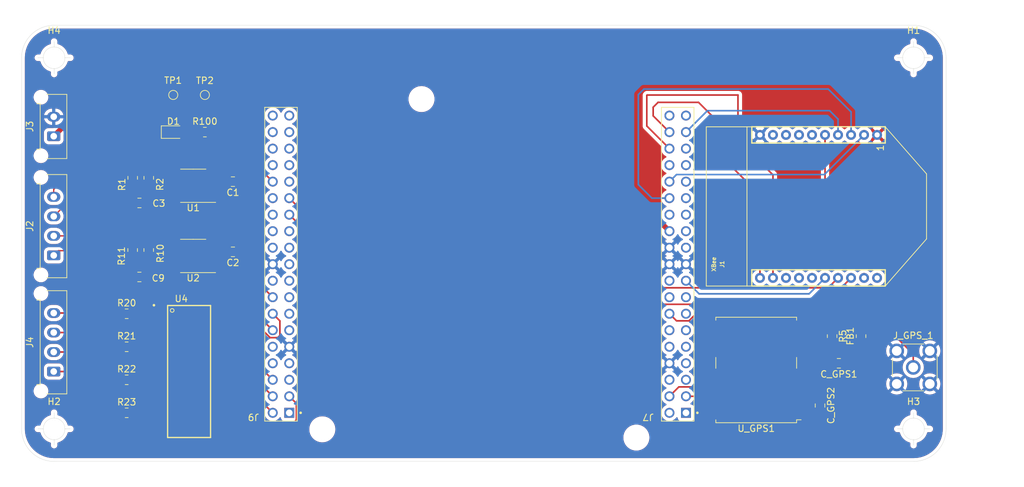
<source format=kicad_pcb>
(kicad_pcb (version 20211014) (generator pcbnew)
  (layers (0 "F.Cu" signal) (31 "B.Cu" signal) (34 "B.Paste" user) (35 "F.Paste" user) (36 "B.SilkS" user "B.Silkscreen") (37 "F.SilkS" user "F.Silkscreen") (38 "B.Mask" user) (39 "F.Mask" user) (44 "Edge.Cuts" user))
  (net 0 "")
  (net 1 "+12V")
  (net 2 "+3V3")
  (net 3 "Net-(C9-Pad1)")
  (net 4 "/CAN_C+")
  (net 5 "/CAN_C-")
  (net 6 "Net-(C3-Pad1)")
  (net 7 "/CAN_S+")
  (net 8 "/CAN_S-")
  (net 9 "/CAN-C Bus Transceiver/CAN_TX")
  (net 10 "GND")
  (net 11 "/CAN-C Bus Transceiver/CAN_RX")
  (net 13 "/CAN-S Bus Transceiver/CAN_TX")
  (net 14 "/CAN-S Bus Transceiver/CAN_RX")
  (net 16 "/XBee Module/DOUT{slash}DIO13")
  (net 17 "/XBee Module/DIN{slash}`CONFIG{slash}DIO14")
  (net 18 "/XBee Module/SPI_MISO")
  (net 19 "/XBee Module/~RESET")
  (net 23 "/XBee Module/~CTS")
  (net 24 "/XBee Module/SPI_MOSI")
  (net 26 "/XBee Module/ON_INDICATOR")
  (net 29 "/XBee Module/~RTS")
  (net 30 "/XBee Module/SPI_~SSEL")
  (net 31 "/XBee Module/SPI_CLK")
  (net 32 "/XBee Module/SPI_~ATTN")
  (net 34 "/EXTRA_IN_1")
  (net 35 "Net-(R20-Pad2)")
  (net 36 "/EXTRA_IN_2")
  (net 37 "Net-(R21-Pad2)")
  (net 38 "Net-(R22-Pad2)")
  (net 39 "Net-(R23-Pad2)")
  (net 41 "/GPS/GPS_RX")
  (net 43 "/GPS/GPS_TX")
  (net 48 "Net-(C_GPS1-Pad2)")
  (net 49 "Net-(FB1-Pad2)")
  (net 51 "/input shift/EXTRA_OUT_2")
  (net 52 "/input shift/EXTRA_OUT_1")
  (net 60 "Net-(R5-Pad1)")
  (net 110 "/input shift/EXTRA_OUT_4")
  (net 111 "/input shift/EXTRA_OUT_3")
  (net 112 "/EXTRA_IN_3")
  (net 113 "/EXTRA_IN_4")
  (net 114 "Net-(D1-Pad1)")
  (footprint "Resistor_SMD:R_0805_2012Metric_Pad1.20x1.40mm_HandSolder" (layer "F.Cu") (at 262.4875 120.92 -90)
    (fp_text reference "R5" (at 0 -1.65 90) (layer "F.SilkS"))
    (fp_text value "33")
    (pad "1" smd roundrect (at -1 0 270) (size 1.2 1.4) (layers "F.Cu" "F.Paste" "F.Mask") (roundrect_rratio 0.208333) (net 60 "Net-(R5-Pad1)"))
    (pad "2" smd roundrect (at 1 0 270) (size 1.2 1.4) (layers "F.Cu" "F.Paste" "F.Mask") (roundrect_rratio 0.208333) (net 48 "Net-(C_GPS1-Pad2)"))
  )
  (footprint "Resistor_SMD:R_0805_2012Metric_Pad1.20x1.40mm_HandSolder" (layer "F.Cu") (at 154.085 132.715)
    (fp_text reference "R23" (at 0 -1.65) (layer "F.SilkS"))
    (fp_text value "1k")
    (pad "1" smd roundrect (at -1 0) (size 1.2 1.4) (layers "F.Cu" "F.Paste" "F.Mask") (roundrect_rratio 0.208333) (net 113 "/EXTRA_IN_4"))
    (pad "2" smd roundrect (at 1 0) (size 1.2 1.4) (layers "F.Cu" "F.Paste" "F.Mask") (roundrect_rratio 0.208333) (net 39 "Net-(R23-Pad2)"))
  )
  (footprint "Capacitor_SMD:C_0805_2012Metric_Pad1.18x1.45mm_HandSolder" (layer "F.Cu") (at 263.525 125.095 180)
    (fp_text reference "C_GPS1" (at 0 -1.68) (layer "F.SilkS"))
    (fp_text value "47pF")
    (pad "1" smd roundrect (at -1.0375 0 180) (size 1.175 1.45) (layers "F.Cu" "F.Paste" "F.Mask") (roundrect_rratio 0.212766) (net 10 "GND"))
    (pad "2" smd roundrect (at 1.0375 0 180) (size 1.175 1.45) (layers "F.Cu" "F.Paste" "F.Mask") (roundrect_rratio 0.212766) (net 48 "Net-(C_GPS1-Pad2)"))
  )
  (footprint "Resistor_SMD:R_0805_2012Metric_Pad1.20x1.40mm_HandSolder" (layer "F.Cu") (at 155.01 96.57 -90)
    (fp_text reference "R2" (at 1.01 -4.2 90) (layer "F.SilkS"))
    (fp_text value "60R")
    (pad "1" smd roundrect (at -1 0 270) (size 1.2 1.4) (layers "F.Cu" "F.Paste" "F.Mask") (roundrect_rratio 0.208333) (net 8 "/CAN_S-"))
    (pad "2" smd roundrect (at 1 0 270) (size 1.2 1.4) (layers "F.Cu" "F.Paste" "F.Mask") (roundrect_rratio 0.208333) (net 6 "Net-(C3-Pad1)"))
  )
  (footprint "Capacitor_SMD:C_0805_2012Metric_Pad1.18x1.45mm_HandSolder" (layer "F.Cu") (at 260.63 131.5925 -90)
    (fp_text reference "C_GPS2" (at 0 -1.68 90) (layer "F.SilkS"))
    (fp_text value "100nF")
    (pad "1" smd roundrect (at -1.0375 0 270) (size 1.175 1.45) (layers "F.Cu" "F.Paste" "F.Mask") (roundrect_rratio 0.212766) (net 10 "GND"))
    (pad "2" smd roundrect (at 1.0375 0 270) (size 1.175 1.45) (layers "F.Cu" "F.Paste" "F.Mask") (roundrect_rratio 0.212766) (net 2 "+3V3"))
  )
  (footprint "MountingHole:MountingHole_3.2mm_M3" (layer "F.Cu") (at 142.935 135.19)
    (fp_text reference "H2" (at 0 -4.2) (layer "F.SilkS"))
    (fp_text value "M3")
    (pad "" np_thru_hole circle (at 0 0) (size 3.2 3.2) (drill 3.2) (layers *.Cu *.Mask))
  )
  (footprint "Capacitor_SMD:C_0805_2012Metric_Pad1.18x1.45mm_HandSolder" (layer "F.Cu") (at 156.0475 100.43)
    (fp_text reference "C3" (at 2.9875 0.07) (layer "F.SilkS"))
    (fp_text value "4.7n")
    (pad "1" smd roundrect (at -1.0375 0) (size 1.175 1.45) (layers "F.Cu" "F.Paste" "F.Mask") (roundrect_rratio 0.212766) (net 6 "Net-(C3-Pad1)"))
    (pad "2" smd roundrect (at 1.0375 0) (size 1.175 1.45) (layers "F.Cu" "F.Paste" "F.Mask") (roundrect_rratio 0.212766) (net 10 "GND"))
  )
  (footprint "" (layer "F.Cu") (at 232.41 136.525 180)
    (fp_text reference "" (at 0 0) (layer "F.SilkS") (effects (font (size 1.27 1.27))))
    (fp_text value "" (at 0 0) (layer "F.SilkS") (effects (font (size 1.27 1.27))))
    (pad "" np_thru_hole circle locked (at 0 0 180) (size 3 3) (drill 3) (layers *.Cu *.Mask))
  )
  (footprint "Resistor_SMD:R_0805_2012Metric_Pad1.20x1.40mm_HandSolder" (layer "F.Cu") (at 157.48 96.57 90)
    (fp_text reference "R1" (at -1.04 -4.12 90) (layer "F.SilkS"))
    (fp_text value "60R")
    (pad "1" smd roundrect (at -1 0 90) (size 1.2 1.4) (layers "F.Cu" "F.Paste" "F.Mask") (roundrect_rratio 0.208333) (net 6 "Net-(C3-Pad1)"))
    (pad "2" smd roundrect (at 1 0 90) (size 1.2 1.4) (layers "F.Cu" "F.Paste" "F.Mask") (roundrect_rratio 0.208333) (net 7 "/CAN_S+"))
  )
  (footprint "Capacitor_SMD:C_0805_2012Metric_Pad1.18x1.45mm_HandSolder" (layer "F.Cu") (at 170.4125 97.155 180)
    (fp_text reference "C1" (at 0 -1.68) (layer "F.SilkS"))
    (fp_text value "100n")
    (pad "1" smd roundrect (at -1.0375 0 180) (size 1.175 1.45) (layers "F.Cu" "F.Paste" "F.Mask") (roundrect_rratio 0.212766) (net 10 "GND"))
    (pad "2" smd roundrect (at 1.0375 0 180) (size 1.175 1.45) (layers "F.Cu" "F.Paste" "F.Mask") (roundrect_rratio 0.212766) (net 2 "+3V3"))
  )
  (footprint "Connector_Molex:Molex_Micro-Fit_3.0_43650-0415_1x04_P3.00mm_Vertical" (layer "F.Cu") (at 142.875 126.365 90)
    (fp_text reference "J4" (at 4.5 -3.67 90) (layer "F.SilkS"))
    (fp_text value "MCU_DIN")
    (pad "" np_thru_hole circle (at 12 -1.96 90) (size 1.27 1.27) (drill 1.27) (layers *.Cu *.Mask))
    (pad "" np_thru_hole circle (at -3 -1.96 90) (size 1.27 1.27) (drill 1.27) (layers *.Cu *.Mask))
    (pad "1" thru_hole roundrect (at 0 0 90) (size 1.5 2.02) (drill 1.02) (layers *.Cu *.Mask) (roundrect_rratio 0.166667) (net 113 "/EXTRA_IN_4"))
    (pad "2" thru_hole oval (at 3 0 90) (size 1.5 2.02) (drill 1.02) (layers *.Cu *.Mask) (net 112 "/EXTRA_IN_3"))
    (pad "3" thru_hole oval (at 6 0 90) (size 1.5 2.02) (drill 1.02) (layers *.Cu *.Mask) (net 36 "/EXTRA_IN_2"))
    (pad "4" thru_hole oval (at 9 0 90) (size 1.5 2.02) (drill 1.02) (layers *.Cu *.Mask) (net 34 "/EXTRA_IN_1"))
  )
  (footprint "MountingHole:MountingHole_3.2mm_M3" (layer "F.Cu") (at 142.935 78.105)
    (fp_text reference "H4" (at 0 -4.2) (layer "F.SilkS"))
    (fp_text value "M3")
    (pad "" np_thru_hole circle (at 0 0) (size 3.2 3.2) (drill 3.2) (layers *.Cu *.Mask))
  )
  (footprint "TestPoint:TestPoint_Pad_D1.0mm" (layer "F.Cu") (at 161.2425 83.82)
    (fp_text reference "TP1" (at -0.03 -2.233) (layer "F.SilkS"))
    (fp_text value "12V")
    (pad "1" smd circle (at 0 0) (size 1 1) (layers "F.Cu" "F.Mask") (net 1 "+12V"))
  )
  (footprint "SUFST:NUCLEO-F446RE-2x19-CON" (layer "F.Cu") (at 180.56 134.245 180)
    (fp_text reference "J9" (at 6.9775 0.8725 180 unlocked) (layer "F.SilkS"))
    (fp_text value "CN10")
    (pad "1" thru_hole rect (at 1.49 1.53 180) (size 1.53 1.53) (drill 1.02) (layers *.Cu *.Mask))
    (pad "2" thru_hole circle (at 4.03 1.53 180) (size 1.53 1.53) (drill 1.02) (layers *.Cu *.Mask) (net 111 "/input shift/EXTRA_OUT_3"))
    (pad "3" thru_hole circle (at 1.49 4.07 180) (size 1.53 1.53) (drill 1.02) (layers *.Cu *.Mask) (net 110 "/input shift/EXTRA_OUT_4"))
    (pad "4" thru_hole circle (at 4.03 4.07 180) (size 1.53 1.53) (drill 1.02) (layers *.Cu *.Mask) (net 51 "/input shift/EXTRA_OUT_2"))
    (pad "5" thru_hole circle (at 1.49 6.61 180) (size 1.53 1.53) (drill 1.02) (layers *.Cu *.Mask))
    (pad "6" thru_hole circle (at 4.03 6.61 180) (size 1.53 1.53) (drill 1.02) (layers *.Cu *.Mask) (net 52 "/input shift/EXTRA_OUT_1"))
    (pad "7" thru_hole circle (at 1.49 9.15 180) (size 1.53 1.53) (drill 1.02) (layers *.Cu *.Mask))
    (pad "8" thru_hole circle (at 4.03 9.15 180) (size 1.53 1.53) (drill 1.02) (layers *.Cu *.Mask))
    (pad "9" thru_hole circle (at 1.49 11.69 180) (size 1.53 1.53) (drill 1.02) (layers *.Cu *.Mask) (net 10 "GND"))
    (pad "10" thru_hole circle (at 4.03 11.69 180) (size 1.53 1.53) (drill 1.02) (layers *.Cu *.Mask))
    (pad "11" thru_hole circle (at 1.49 14.23 180) (size 1.53 1.53) (drill 1.02) (layers *.Cu *.Mask))
    (pad "12" thru_hole circle (at 4.03 14.23 180) (size 1.53 1.53) (drill 1.02) (layers *.Cu *.Mask) (net 11 "/CAN-C Bus Transceiver/CAN_RX"))
    (pad "13" thru_hole circle (at 1.49 16.77 180) (size 1.53 1.53) (drill 1.02) (layers *.Cu *.Mask))
    (pad "14" thru_hole circle (at 4.03 16.77 180) (size 1.53 1.53) (drill 1.02) (layers *.Cu *.Mask) (net 9 "/CAN-C Bus Transceiver/CAN_TX"))
    (pad "15" thru_hole circle (at 1.49 19.31 180) (size 1.53 1.53) (drill 1.02) (layers *.Cu *.Mask))
    (pad "16" thru_hole circle (at 4.03 19.31 180) (size 1.53 1.53) (drill 1.02) (layers *.Cu *.Mask) (net 13 "/CAN-S Bus Transceiver/CAN_TX"))
    (pad "17" thru_hole circle (at 1.49 21.85 180) (size 1.53 1.53) (drill 1.02) (layers *.Cu *.Mask))
    (pad "18" thru_hole circle (at 4.03 21.85 180) (size 1.53 1.53) (drill 1.02) (layers *.Cu *.Mask))
    (pad "19" thru_hole circle (at 1.49 24.39 180) (size 1.53 1.53) (drill 1.02) (layers *.Cu *.Mask))
    (pad "20" thru_hole circle (at 4.03 24.39 180) (size 1.53 1.53) (drill 1.02) (layers *.Cu *.Mask) (net 10 "GND"))
    (pad "21" thru_hole circle (at 1.49 26.93 180) (size 1.53 1.53) (drill 1.02) (layers *.Cu *.Mask))
    (pad "22" thru_hole circle (at 4.03 26.93 180) (size 1.53 1.53) (drill 1.02) (layers *.Cu *.Mask))
    (pad "23" thru_hole circle (at 1.49 29.47 180) (size 1.53 1.53) (drill 1.02) (layers *.Cu *.Mask))
    (pad "24" thru_hole circle (at 4.03 29.47 180) (size 1.53 1.53) (drill 1.02) (layers *.Cu *.Mask))
    (pad "25" thru_hole circle (at 1.49 32.01 180) (size 1.53 1.53) (drill 1.02) (layers *.Cu *.Mask) (net 31 "/XBee Module/SPI_CLK"))
    (pad "26" thru_hole circle (at 4.03 32.01 180) (size 1.53 1.53) (drill 1.02) (layers *.Cu *.Mask))
    (pad "27" thru_hole circle (at 1.49 34.55 180) (size 1.53 1.53) (drill 1.02) (layers *.Cu *.Mask) (net 30 "/XBee Module/SPI_~SSEL"))
    (pad "28" thru_hole circle (at 4.03 34.55 180) (size 1.53 1.53) (drill 1.02) (layers *.Cu *.Mask))
    (pad "29" thru_hole circle (at 1.49 37.09 180) (size 1.53 1.53) (drill 1.02) (layers *.Cu *.Mask))
    (pad "30" thru_hole circle (at 4.03 37.09 180) (size 1.53 1.53) (drill 1.02) (layers *.Cu *.Mask) (net 14 "/CAN-S Bus Transceiver/CAN_RX"))
    (pad "31" thru_hole circle (at 1.49 39.63 180) (size 1.53 1.53) (drill 1.02) (layers *.Cu *.Mask))
    (pad "32" thru_hole circle (at 4.03 39.63 180) (size 1.53 1.53) (drill 1.02) (layers *.Cu *.Mask))
    (pad "33" thru_hole circle (at 1.49 42.17 180) (size 1.53 1.53) (drill 1.02) (layers *.Cu *.Mask))
    (pad "34" thru_hole circle (at 4.03 42.17 180) (size 1.53 1.53) (drill 1.02) (layers *.Cu *.Mask))
    (pad "35" thru_hole circle (at 1.49 44.71 180) (size 1.53 1.53) (drill 1.02) (layers *.Cu *.Mask))
    (pad "36" thru_hole circle (at 4.03 44.71 180) (size 1.53 1.53) (drill 1.02) (layers *.Cu *.Mask))
    (pad "37" thru_hole circle (at 1.49 47.25 180) (size 1.53 1.53) (drill 1.02) (layers *.Cu *.Mask))
    (pad "38" thru_hole circle (at 4.03 47.25 180) (size 1.53 1.53) (drill 1.02) (layers *.Cu *.Mask))
  )
  (footprint "SUFST:NUCLEO-F446RE-2x19-CON" (layer "F.Cu") (at 241.52 134.245 180)
    (fp_text reference "J7" (at 7.2875 0.8725 180 unlocked) (layer "F.SilkS"))
    (fp_text value "CN7")
    (pad "1" thru_hole rect (at 1.49 1.53 180) (size 1.53 1.53) (drill 1.02) (layers *.Cu *.Mask))
    (pad "2" thru_hole circle (at 4.03 1.53 180) (size 1.53 1.53) (drill 1.02) (layers *.Cu *.Mask))
    (pad "3" thru_hole circle (at 1.49 4.07 180) (size 1.53 1.53) (drill 1.02) (layers *.Cu *.Mask) (net 41 "/GPS/GPS_RX"))
    (pad "4" thru_hole circle (at 4.03 4.07 180) (size 1.53 1.53) (drill 1.02) (layers *.Cu *.Mask) (net 43 "/GPS/GPS_TX"))
    (pad "5" thru_hole circle (at 1.49 6.61 180) (size 1.53 1.53) (drill 1.02) (layers *.Cu *.Mask))
    (pad "6" thru_hole circle (at 4.03 6.61 180) (size 1.53 1.53) (drill 1.02) (layers *.Cu *.Mask))
    (pad "7" thru_hole circle (at 1.49 9.15 180) (size 1.53 1.53) (drill 1.02) (layers *.Cu *.Mask))
    (pad "8" thru_hole circle (at 4.03 9.15 180) (size 1.53 1.53) (drill 1.02) (layers *.Cu *.Mask) (net 10 "GND"))
    (pad "9" thru_hole circle (at 1.49 11.69 180) (size 1.53 1.53) (drill 1.02) (layers *.Cu *.Mask))
    (pad "10" thru_hole circle (at 4.03 11.69 180) (size 1.53 1.53) (drill 1.02) (layers *.Cu *.Mask))
    (pad "11" thru_hole circle (at 1.49 14.23 180) (size 1.53 1.53) (drill 1.02) (layers *.Cu *.Mask))
    (pad "12" thru_hole circle (at 4.03 14.23 180) (size 1.53 1.53) (drill 1.02) (layers *.Cu *.Mask))
    (pad "13" thru_hole circle (at 1.49 16.77 180) (size 1.53 1.53) (drill 1.02) (layers *.Cu *.Mask))
    (pad "14" thru_hole circle (at 4.03 16.77 180) (size 1.53 1.53) (drill 1.02) (layers *.Cu *.Mask) (net 19 "/XBee Module/~RESET"))
    (pad "15" thru_hole circle (at 1.49 19.31 180) (size 1.53 1.53) (drill 1.02) (layers *.Cu *.Mask))
    (pad "16" thru_hole circle (at 4.03 19.31 180) (size 1.53 1.53) (drill 1.02) (layers *.Cu *.Mask) (net 2 "+3V3"))
    (pad "17" thru_hole circle (at 1.49 21.85 180) (size 1.53 1.53) (drill 1.02) (layers *.Cu *.Mask) (net 29 "/XBee Module/~RTS"))
    (pad "18" thru_hole circle (at 4.03 21.85 180) (size 1.53 1.53) (drill 1.02) (layers *.Cu *.Mask))
    (pad "19" thru_hole circle (at 1.49 24.39 180) (size 1.53 1.53) (drill 1.02) (layers *.Cu *.Mask) (net 10 "GND"))
    (pad "20" thru_hole circle (at 4.03 24.39 180) (size 1.53 1.53) (drill 1.02) (layers *.Cu *.Mask) (net 10 "GND"))
    (pad "21" thru_hole circle (at 1.49 26.93 180) (size 1.53 1.53) (drill 1.02) (layers *.Cu *.Mask))
    (pad "22" thru_hole circle (at 4.03 26.93 180) (size 1.53 1.53) (drill 1.02) (layers *.Cu *.Mask) (net 10 "GND"))
    (pad "23" thru_hole circle (at 1.49 29.47 180) (size 1.53 1.53) (drill 1.02) (layers *.Cu *.Mask))
    (pad "24" thru_hole circle (at 4.03 29.47 180) (size 1.53 1.53) (drill 1.02) (layers *.Cu *.Mask) (net 1 "+12V"))
    (pad "25" thru_hole circle (at 1.49 32.01 180) (size 1.53 1.53) (drill 1.02) (layers *.Cu *.Mask))
    (pad "26" thru_hole circle (at 4.03 32.01 180) (size 1.53 1.53) (drill 1.02) (layers *.Cu *.Mask))
    (pad "27" thru_hole circle (at 1.49 34.55 180) (size 1.53 1.53) (drill 1.02) (layers *.Cu *.Mask))
    (pad "28" thru_hole circle (at 4.03 34.55 180) (size 1.53 1.53) (drill 1.02) (layers *.Cu *.Mask) (net 17 "/XBee Module/DIN{slash}`CONFIG{slash}DIO14"))
    (pad "29" thru_hole circle (at 1.49 37.09 180) (size 1.53 1.53) (drill 1.02) (layers *.Cu *.Mask))
    (pad "30" thru_hole circle (at 4.03 37.09 180) (size 1.53 1.53) (drill 1.02) (layers *.Cu *.Mask) (net 16 "/XBee Module/DOUT{slash}DIO13"))
    (pad "31" thru_hole circle (at 1.49 39.63 180) (size 1.53 1.53) (drill 1.02) (layers *.Cu *.Mask))
    (pad "32" thru_hole circle (at 4.03 39.63 180) (size 1.53 1.53) (drill 1.02) (layers *.Cu *.Mask))
    (pad "33" thru_hole circle (at 1.49 42.17 180) (size 1.53 1.53) (drill 1.02) (layers *.Cu *.Mask))
    (pad "34" thru_hole circle (at 4.03 42.17 180) (size 1.53 1.53) (drill 1.02) (layers *.Cu *.Mask) (net 23 "/XBee Module/~CTS"))
    (pad "35" thru_hole circle (at 1.49 44.71 180) (size 1.53 1.53) (drill 1.02) (layers *.Cu *.Mask) (net 18 "/XBee Module/SPI_MISO"))
    (pad "36" thru_hole circle (at 4.03 44.71 180) (size 1.53 1.53) (drill 1.02) (layers *.Cu *.Mask) (net 24 "/XBee Module/SPI_MOSI"))
    (pad "37" thru_hole circle (at 1.49 47.25 180) (size 1.53 1.53) (drill 1.02) (layers *.Cu *.Mask))
    (pad "38" thru_hole circle (at 4.03 47.25 180) (size 1.53 1.53) (drill 1.02) (layers *.Cu *.Mask))
  )
  (footprint "Connector_Molex:Molex_Micro-Fit_3.0_43650-0215_1x02_P3.00mm_Vertical" (layer "F.Cu") (at 142.875 90.17 90)
    (fp_text reference "J3" (at 1.5 -3.67 90) (layer "F.SilkS"))
    (fp_text value "PWR")
    (pad "" np_thru_hole circle (at 6 -1.96 90) (size 1.27 1.27) (drill 1.27) (layers *.Cu *.Mask))
    (pad "" np_thru_hole circle (at -3 -1.96 90) (size 1.27 1.27) (drill 1.27) (layers *.Cu *.Mask))
    (pad "1" thru_hole roundrect (at 0 0 90) (size 1.5 2.02) (drill 1.02) (layers *.Cu *.Mask) (roundrect_rratio 0.166667) (net 1 "+12V"))
    (pad "2" thru_hole oval (at 3 0 90) (size 1.5 2.02) (drill 1.02) (layers *.Cu *.Mask) (net 10 "GND"))
  )
  (footprint "Resistor_SMD:R_0805_2012Metric_Pad1.20x1.40mm_HandSolder" (layer "F.Cu") (at 154.085 117.475)
    (fp_text reference "R20" (at 0 -1.65) (layer "F.SilkS"))
    (fp_text value "1k")
    (pad "1" smd roundrect (at -1 0) (size 1.2 1.4) (layers "F.Cu" "F.Paste" "F.Mask") (roundrect_rratio 0.208333) (net 34 "/EXTRA_IN_1"))
    (pad "2" smd roundrect (at 1 0) (size 1.2 1.4) (layers "F.Cu" "F.Paste" "F.Mask") (roundrect_rratio 0.208333) (net 35 "Net-(R20-Pad2)"))
  )
  (footprint "Capacitor_SMD:C_0805_2012Metric_Pad1.18x1.45mm_HandSolder" (layer "F.Cu") (at 156.0375 111.815)
    (fp_text reference "C9" (at 2.8975 0.19) (layer "F.SilkS"))
    (fp_text value "4.7n")
    (pad "1" smd roundrect (at -1.0375 0) (size 1.175 1.45) (layers "F.Cu" "F.Paste" "F.Mask") (roundrect_rratio 0.212766) (net 3 "Net-(C9-Pad1)"))
    (pad "2" smd roundrect (at 1.0375 0) (size 1.175 1.45) (layers "F.Cu" "F.Paste" "F.Mask") (roundrect_rratio 0.212766) (net 10 "GND"))
  )
  (footprint "MountingHole:MountingHole_3.2mm_M3" (layer "F.Cu") (at 275 135.19)
    (fp_text reference "H3" (at 0 -4.2) (layer "F.SilkS"))
    (fp_text value "M3")
    (pad "" np_thru_hole circle (at 0 0) (size 3.2 3.2) (drill 3.2) (layers *.Cu *.Mask))
  )
  (footprint "" (layer "F.Cu") (at 199.39 84.455 180)
    (fp_text reference "" (at 0 0) (layer "F.SilkS") (effects (font (size 1.27 1.27))))
    (fp_text value "" (at 0 0) (layer "F.SilkS") (effects (font (size 1.27 1.27))))
    (pad "" np_thru_hole circle locked (at 0 0 180) (size 3 3) (drill 3) (layers *.Cu *.Mask))
  )
  (footprint "Capacitor_SMD:C_0805_2012Metric_Pad1.18x1.45mm_HandSolder" (layer "F.Cu") (at 170.4125 107.95 180)
    (fp_text reference "C2" (at 0 -1.68) (layer "F.SilkS"))
    (fp_text value "100n")
    (pad "1" smd roundrect (at -1.0375 0 180) (size 1.175 1.45) (layers "F.Cu" "F.Paste" "F.Mask") (roundrect_rratio 0.212766) (net 10 "GND"))
    (pad "2" smd roundrect (at 1.0375 0 180) (size 1.175 1.45) (layers "F.Cu" "F.Paste" "F.Mask") (roundrect_rratio 0.212766) (net 2 "+3V3"))
  )
  (footprint "Resistor_SMD:R_0805_2012Metric_Pad1.20x1.40mm_HandSolder" (layer "F.Cu") (at 166.1 89.535)
    (fp_text reference "R100" (at 0 -1.65) (layer "F.SilkS"))
    (fp_text value "3.3k")
    (pad "1" smd roundrect (at -1 0) (size 1.2 1.4) (layers "F.Cu" "F.Paste" "F.Mask") (roundrect_rratio 0.208333) (net 114 "Net-(D1-Pad1)"))
    (pad "2" smd roundrect (at 1 0) (size 1.2 1.4) (layers "F.Cu" "F.Paste" "F.Mask") (roundrect_rratio 0.208333) (net 10 "GND"))
  )
  (footprint "RF_GPS:ublox_NEO" (layer "F.Cu") (at 250.825 126.13 180)
    (fp_text reference "U_GPS1" (at 0 -9) (layer "F.SilkS"))
    (fp_text value "NEO-M9N")
    (pad "1" smd roundrect (at -6 -7 180) (size 1.8 0.8) (layers "F.Cu" "F.Paste" "F.Mask"))
    (pad "2" smd roundrect (at -6 -5.9 180) (size 1.8 0.8) (layers "F.Cu" "F.Paste" "F.Mask") (net 2 "+3V3"))
    (pad "3" smd roundrect (at -6 -4.8 180) (size 1.8 0.8) (layers "F.Cu" "F.Paste" "F.Mask"))
    (pad "4" smd roundrect (at -6 -3.7 180) (size 1.8 0.8) (layers "F.Cu" "F.Paste" "F.Mask"))
    (pad "5" smd roundrect (at -6 -2.6 180) (size 1.8 0.8) (layers "F.Cu" "F.Paste" "F.Mask"))
    (pad "6" smd roundrect (at -6 -1.5 180) (size 1.8 0.8) (layers "F.Cu" "F.Paste" "F.Mask"))
    (pad "7" smd roundrect (at -6 -0.4 180) (size 1.8 0.8) (layers "F.Cu" "F.Paste" "F.Mask"))
    (pad "8" smd roundrect (at -6 2.6 180) (size 1.8 0.8) (layers "F.Cu" "F.Paste" "F.Mask"))
    (pad "9" smd roundrect (at -6 3.7 180) (size 1.8 0.8) (layers "F.Cu" "F.Paste" "F.Mask") (net 60 "Net-(R5-Pad1)"))
    (pad "10" smd roundrect (at -6 4.8 180) (size 1.8 0.8) (layers "F.Cu" "F.Paste" "F.Mask") (net 10 "GND"))
    (pad "11" smd roundrect (at -6 5.9 180) (size 1.8 0.8) (layers "F.Cu" "F.Paste" "F.Mask") (net 49 "Net-(FB1-Pad2)"))
    (pad "12" smd roundrect (at -6 7 180) (size 1.8 0.8) (layers "F.Cu" "F.Paste" "F.Mask") (net 10 "GND"))
    (pad "13" smd roundrect (at 6 7 180) (size 1.8 0.8) (layers "F.Cu" "F.Paste" "F.Mask") (net 10 "GND"))
    (pad "14" smd roundrect (at 6 5.9 180) (size 1.8 0.8) (layers "F.Cu" "F.Paste" "F.Mask"))
    (pad "15" smd roundrect (at 6 4.8 180) (size 1.8 0.8) (layers "F.Cu" "F.Paste" "F.Mask"))
    (pad "16" smd roundrect (at 6 3.7 180) (size 1.8 0.8) (layers "F.Cu" "F.Paste" "F.Mask"))
    (pad "17" smd roundrect (at 6 2.6 180) (size 1.8 0.8) (layers "F.Cu" "F.Paste" "F.Mask"))
    (pad "18" smd roundrect (at 6 -0.4 180) (size 1.8 0.8) (layers "F.Cu" "F.Paste" "F.Mask"))
    (pad "19" smd roundrect (at 6 -1.5 180) (size 1.8 0.8) (layers "F.Cu" "F.Paste" "F.Mask"))
    (pad "20" smd roundrect (at 6 -2.6 180) (size 1.8 0.8) (layers "F.Cu" "F.Paste" "F.Mask") (net 43 "/GPS/GPS_TX"))
    (pad "21" smd roundrect (at 6 -3.7 180) (size 1.8 0.8) (layers "F.Cu" "F.Paste" "F.Mask") (net 41 "/GPS/GPS_RX"))
    (pad "22" smd roundrect (at 6 -4.8 180) (size 1.8 0.8) (layers "F.Cu" "F.Paste" "F.Mask"))
    (pad "23" smd roundrect (at 6 -5.9 180) (size 1.8 0.8) (layers "F.Cu" "F.Paste" "F.Mask") (net 2 "+3V3"))
    (pad "24" smd roundrect (at 6 -7 180) (size 1.8 0.8) (layers "F.Cu" "F.Paste" "F.Mask") (net 10 "GND"))
  )
  (footprint "Connector_Coaxial:SMA_Molex_73251-2200_Horizontal" (layer "F.Cu") (at 274.955 125.73 -90)
    (fp_text reference "J_GPS_1" (at -4.9 0) (layer "F.SilkS"))
    (fp_text value "Conn_Coaxial")
    (pad "1" thru_hole circle (at 0 0 270) (size 2.25 2.25) (drill 1.5) (layers *.Cu *.Mask) (net 49 "Net-(FB1-Pad2)"))
    (pad "2" thru_hole circle (at -2.54 2.54 270) (size 2.25 2.25) (drill 1.5) (layers *.Cu *.Mask) (net 10 "GND"))
    (pad "2" thru_hole circle (at -2.54 -2.54 270) (size 2.25 2.25) (drill 1.5) (layers *.Cu *.Mask) (net 10 "GND"))
    (pad "2" thru_hole circle (at 2.54 2.54) (size 2.25 2.25) (drill 1.5) (layers *.Cu *.Mask) (net 10 "GND"))
    (pad "2" thru_hole circle (at 2.54 -2.54 270) (size 2.25 2.25) (drill 1.5) (layers *.Cu *.Mask) (net 10 "GND"))
  )
  (footprint "Resistor_SMD:R_0805_2012Metric_Pad1.20x1.40mm_HandSolder" (layer "F.Cu") (at 154.085 122.555)
    (fp_text reference "R21" (at 0 -1.65) (layer "F.SilkS"))
    (fp_text value "1k")
    (pad "1" smd roundrect (at -1 0) (size 1.2 1.4) (layers "F.Cu" "F.Paste" "F.Mask") (roundrect_rratio 0.208333) (net 36 "/EXTRA_IN_2"))
    (pad "2" smd roundrect (at 1 0) (size 1.2 1.4) (layers "F.Cu" "F.Paste" "F.Mask") (roundrect_rratio 0.208333) (net 37 "Net-(R21-Pad2)"))
  )
  (footprint "Formula:XBEE" (layer "F.Cu") (at 249.4 100.965 -90)
    (fp_text reference "J1" (at 8.89 3.81 90) (layer "F.SilkS") (effects (font (size 0.6096 0.6096) (thickness 0.127))))
    (fp_text value "XBee" (at 8.89 5.08 90) (layer "F.SilkS") (effects (font (size 0.6096 0.6096) (thickness 0.127))))
    (fp_text user "1" (at -8.9916 -20.50796 90) (layer "F.SilkS") (effects (font (size 1.016 1.016) (thickness 0.1524))))
    (pad "1" thru_hole circle (at -10.9982 -19.99996 270) (size 1.524 1.524) (drill 0.79756) (layers *.Cu *.Mask) (net 2 "+3V3"))
    (pad "2" thru_hole circle (at -10.9982 -17.99844 270) (size 1.524 1.524) (drill 0.79756) (layers *.Cu *.Mask) (net 16 "/XBee Module/DOUT{slash}DIO13"))
    (pad "3" thru_hole circle (at -10.9982 -15.99946 270) (size 1.524 1.524) (drill 0.79756) (layers *.Cu *.Mask) (net 17 "/XBee Module/DIN{slash}`CONFIG{slash}DIO14"))
    (pad "4" thru_hole circle (at -10.9982 -13.99794 270) (size 1.524 1.524) (drill 0.79756) (layers *.Cu *.Mask) (net 18 "/XBee Module/SPI_MISO"))
    (pad "5" thru_hole circle (at -10.9982 -11.99896 270) (size 1.524 1.524) (drill 0.79756) (layers *.Cu *.Mask) (net 19 "/XBee Module/~RESET"))
    (pad "6" thru_hole circle (at -10.9982 -9.99998 270) (size 1.524 1.524) (drill 0.79756) (layers *.Cu *.Mask))
    (pad "7" thru_hole circle (at -10.9982 -7.99846 270) (size 1.524 1.524) (drill 0.79756) (layers *.Cu *.Mask))
    (pad "8" thru_hole circle (at -10.9982 -5.99948 270) (size 1.524 1.524) (drill 0.79756) (layers *.Cu *.Mask))
    (pad "9" thru_hole circle (at -10.9982 -3.99796 270) (size 1.524 1.524) (drill 0.79756) (layers *.Cu *.Mask))
    (pad "10" thru_hole circle (at -10.9982 -1.99898 270) (size 1.524 1.524) (drill 0.79756) (layers *.Cu *.Mask) (net 10 "GND"))
    (pad "11" thru_hole circle (at 10.9982 -1.99898 270) (size 1.524 1.524) (drill 0.79756) (layers *.Cu *.Mask) (net 24 "/XBee Module/SPI_MOSI"))
    (pad "12" thru_hole circle (at 10.9982 -3.99796 270) (size 1.524 1.524) (drill 0.79756) (layers *.Cu *.Mask) (net 23 "/XBee Module/~CTS"))
    (pad "13" thru_hole circle (at 10.9982 -5.99948 270) (size 1.524 1.524) (drill 0.79756) (layers *.Cu *.Mask) (net 26 "/XBee Module/ON_INDICATOR"))
    (pad "14" thru_hole circle (at 10.9982 -7.99846 270) (size 1.524 1.524) (drill 0.79756) (layers *.Cu *.Mask))
    (pad "15" thru_hole circle (at 10.9982 -9.99998 270) (size 1.524 1.524) (drill 0.79756) (layers *.Cu *.Mask))
    (pad "16" thru_hole circle (at 10.9982 -11.99896 270) (size 1.524 1.524) (drill 0.79756) (layers *.Cu *.Mask) (net 29 "/XBee Module/~RTS"))
    (pad "17" thru_hole circle (at 10.9982 -13.99794 270) (size 1.524 1.524) (drill 0.79756) (layers *.Cu *.Mask) (net 30 "/XBee Module/SPI_~SSEL"))
    (pad "18" thru_hole circle (at 10.9982 -15.99946 270) (size 1.524 1.524) (drill 0.79756) (layers *.Cu *.Mask) (net 31 "/XBee Module/SPI_CLK"))
    (pad "19" thru_hole circle (at 10.9982 -17.99844 270) (size 1.524 1.524) (drill 0.79756) (layers *.Cu *.Mask) (net 32 "/XBee Module/SPI_~ATTN"))
    (pad "20" thru_hole circle (at 10.9982 -19.99996 270) (size 1.524 1.524) (drill 0.79756) (layers *.Cu *.Mask))
  )
  (footprint "Resistor_SMD:R_0805_2012Metric_Pad1.20x1.40mm_HandSolder" (layer "F.Cu") (at 155 107.675 -90)
    (fp_text reference "R11" (at 0.92 1.71 90) (layer "F.SilkS"))
    (fp_text value "60R")
    (pad "1" smd roundrect (at -1 0 270) (size 1.2 1.4) (layers "F.Cu" "F.Paste" "F.Mask") (roundrect_rratio 0.208333) (net 5 "/CAN_C-"))
    (pad "2" smd roundrect (at 1 0 270) (size 1.2 1.4) (layers "F.Cu" "F.Paste" "F.Mask") (roundrect_rratio 0.208333) (net 3 "Net-(C9-Pad1)"))
  )
  (footprint "TestPoint:TestPoint_Pad_D1.0mm" (layer "F.Cu") (at 166.1 83.82)
    (fp_text reference "TP2" (at 0 -2.203) (layer "F.SilkS"))
    (fp_text value "3V3")
    (pad "1" smd circle (at 0 0) (size 1 1) (layers "F.Cu" "F.Mask") (net 2 "+3V3"))
  )
  (footprint "Package_SO:SOIC-8_3.9x4.9mm_P1.27mm" (layer "F.Cu") (at 164.3125 97.79 180)
    (fp_text reference "U1" (at 0 -3.4) (layer "F.SilkS"))
    (fp_text value "MAX3051ESA+")
    (pad "1" smd roundrect (at -2.475 -1.905 180) (size 1.95 0.6) (layers "F.Cu" "F.Paste" "F.Mask") (net 13 "/CAN-S Bus Transceiver/CAN_TX"))
    (pad "2" smd roundrect (at -2.475 -0.635 180) (size 1.95 0.6) (layers "F.Cu" "F.Paste" "F.Mask") (net 10 "GND"))
    (pad "3" smd roundrect (at -2.475 0.635 180) (size 1.95 0.6) (layers "F.Cu" "F.Paste" "F.Mask") (net 2 "+3V3"))
    (pad "4" smd roundrect (at -2.475 1.905 180) (size 1.95 0.6) (layers "F.Cu" "F.Paste" "F.Mask") (net 14 "/CAN-S Bus Transceiver/CAN_RX"))
    (pad "5" smd roundrect (at 2.475 1.905 180) (size 1.95 0.6) (layers "F.Cu" "F.Paste" "F.Mask"))
    (pad "6" smd roundrect (at 2.475 0.635 180) (size 1.95 0.6) (layers "F.Cu" "F.Paste" "F.Mask") (net 8 "/CAN_S-"))
    (pad "7" smd roundrect (at 2.475 -0.635 180) (size 1.95 0.6) (layers "F.Cu" "F.Paste" "F.Mask") (net 7 "/CAN_S+"))
    (pad "8" smd roundrect (at 2.475 -1.905 180) (size 1.95 0.6) (layers "F.Cu" "F.Paste" "F.Mask") (net 10 "GND"))
  )
  (footprint "Resistor_SMD:R_0805_2012Metric_Pad1.20x1.40mm_HandSolder" (layer "F.Cu") (at 266.9325 120.92 90)
    (fp_text reference "FB1" (at 0 -1.65 90) (layer "F.SilkS"))
    (fp_text value "120")
    (pad "1" smd roundrect (at -1 0 90) (size 1.2 1.4) (layers "F.Cu" "F.Paste" "F.Mask") (roundrect_rratio 0.208333) (net 48 "Net-(C_GPS1-Pad2)"))
    (pad "2" smd roundrect (at 1 0 90) (size 1.2 1.4) (layers "F.Cu" "F.Paste" "F.Mask") (roundrect_rratio 0.208333) (net 49 "Net-(FB1-Pad2)"))
  )
  (footprint "Package_SO:SOIC-8_3.9x4.9mm_P1.27mm" (layer "F.Cu") (at 164.3025 108.585 180)
    (fp_text reference "U2" (at 0 -3.4) (layer "F.SilkS"))
    (fp_text value "MAX3051ESA+")
    (pad "1" smd roundrect (at -2.475 -1.905 180) (size 1.95 0.6) (layers "F.Cu" "F.Paste" "F.Mask") (net 9 "/CAN-C Bus Transceiver/CAN_TX"))
    (pad "2" smd roundrect (at -2.475 -0.635 180) (size 1.95 0.6) (layers "F.Cu" "F.Paste" "F.Mask") (net 10 "GND"))
    (pad "3" smd roundrect (at -2.475 0.635 180) (size 1.95 0.6) (layers "F.Cu" "F.Paste" "F.Mask") (net 2 "+3V3"))
    (pad "4" smd roundrect (at -2.475 1.905 180) (size 1.95 0.6) (layers "F.Cu" "F.Paste" "F.Mask") (net 11 "/CAN-C Bus Transceiver/CAN_RX"))
    (pad "5" smd roundrect (at 2.475 1.905 180) (size 1.95 0.6) (layers "F.Cu" "F.Paste" "F.Mask"))
    (pad "6" smd roundrect (at 2.475 0.635 180) (size 1.95 0.6) (layers "F.Cu" "F.Paste" "F.Mask") (net 5 "/CAN_C-"))
    (pad "7" smd roundrect (at 2.475 -0.635 180) (size 1.95 0.6) (layers "F.Cu" "F.Paste" "F.Mask") (net 4 "/CAN_C+"))
    (pad "8" smd roundrect (at 2.475 -1.905 180) (size 1.95 0.6) (layers "F.Cu" "F.Paste" "F.Mask") (net 10 "GND"))
  )
  (footprint "Connector_Molex:Molex_Micro-Fit_3.0_43650-0415_1x04_P3.00mm_Vertical" (layer "F.Cu") (at 142.875 108.5 90)
    (fp_text reference "J2" (at 4.5 -3.67 90) (layer "F.SilkS"))
    (fp_text value "CAN")
    (pad "" np_thru_hole circle (at -3 -1.96 90) (size 1.27 1.27) (drill 1.27) (layers *.Cu *.Mask))
    (pad "" np_thru_hole circle (at 12 -1.96 90) (size 1.27 1.27) (drill 1.27) (layers *.Cu *.Mask))
    (pad "1" thru_hole roundrect (at 0 0 90) (size 1.5 2.02) (drill 1.02) (layers *.Cu *.Mask) (roundrect_rratio 0.166667) (net 4 "/CAN_C+"))
    (pad "2" thru_hole oval (at 3 0 90) (size 1.5 2.02) (drill 1.02) (layers *.Cu *.Mask) (net 5 "/CAN_C-"))
    (pad "3" thru_hole oval (at 6 0 90) (size 1.5 2.02) (drill 1.02) (layers *.Cu *.Mask) (net 7 "/CAN_S+"))
    (pad "4" thru_hole oval (at 9 0 90) (size 1.5 2.02) (drill 1.02) (layers *.Cu *.Mask) (net 8 "/CAN_S-"))
  )
  (footprint "Resistor_SMD:R_0805_2012Metric_Pad1.20x1.40mm_HandSolder" (layer "F.Cu") (at 154.085 127.635)
    (fp_text reference "R22" (at 0 -1.65) (layer "F.SilkS"))
    (fp_text value "1k")
    (pad "1" smd roundrect (at -1 0) (size 1.2 1.4) (layers "F.Cu" "F.Paste" "F.Mask") (roundrect_rratio 0.208333) (net 112 "/EXTRA_IN_3"))
    (pad "2" smd roundrect (at 1 0) (size 1.2 1.4) (layers "F.Cu" "F.Paste" "F.Mask") (roundrect_rratio 0.208333) (net 38 "Net-(R22-Pad2)"))
  )
  (footprint "Resistor_SMD:R_0805_2012Metric_Pad1.20x1.40mm_HandSolder" (layer "F.Cu") (at 157.47 107.675 90)
    (fp_text reference "R10" (at -0.52 1.79 90) (layer "F.SilkS"))
    (fp_text value "60R")
    (pad "1" smd roundrect (at -1 0 90) (size 1.2 1.4) (layers "F.Cu" "F.Paste" "F.Mask") (roundrect_rratio 0.208333) (net 3 "Net-(C9-Pad1)"))
    (pad "2" smd roundrect (at 1 0 90) (size 1.2 1.4) (layers "F.Cu" "F.Paste" "F.Mask") (roundrect_rratio 0.208333) (net 4 "/CAN_C+"))
  )
  (footprint "MountingHole:MountingHole_3.2mm_M3" (layer "F.Cu") (at 275 78.105)
    (fp_text reference "H1" (at 0 -4.2) (layer "F.SilkS"))
    (fp_text value "M3")
    (pad "" np_thru_hole circle (at 0 0) (size 3.2 3.2) (drill 3.2) (layers *.Cu *.Mask))
  )
  (footprint "SUFST:SOIC254P1005X380-16N" (layer "F.Cu") (at 163.675 126.365)
    (fp_text reference "U4" (at -1.19776 -11.19243) (layer "F.SilkS") (effects (font (size 1.001465 1.001465))))
    (fp_text value "ILQ615-4X009T")
    (pad "1" smd rect locked (at -4.6 -8.89) (size 1.75 1.45) (layers "F.Cu" "F.Paste" "F.Mask") (net 35 "Net-(R20-Pad2)"))
    (pad "2" smd rect locked (at -4.6 -6.35) (size 1.75 1.45) (layers "F.Cu" "F.Paste" "F.Mask") (net 10 "GND"))
    (pad "3" smd rect locked (at -4.6 -3.81) (size 1.75 1.45) (layers "F.Cu" "F.Paste" "F.Mask") (net 37 "Net-(R21-Pad2)"))
    (pad "4" smd rect locked (at -4.6 -1.27) (size 1.75 1.45) (layers "F.Cu" "F.Paste" "F.Mask") (net 10 "GND"))
    (pad "5" smd rect locked (at -4.6 1.27) (size 1.75 1.45) (layers "F.Cu" "F.Paste" "F.Mask") (net 38 "Net-(R22-Pad2)"))
    (pad "6" smd rect locked (at -4.6 3.81) (size 1.75 1.45) (layers "F.Cu" "F.Paste" "F.Mask") (net 10 "GND"))
    (pad "7" smd rect locked (at -4.6 6.35) (size 1.75 1.45) (layers "F.Cu" "F.Paste" "F.Mask") (net 39 "Net-(R23-Pad2)"))
    (pad "8" smd rect locked (at -4.6 8.89) (size 1.75 1.45) (layers "F.Cu" "F.Paste" "F.Mask") (net 10 "GND"))
    (pad "9" smd rect locked (at 4.6 8.89 180) (size 1.75 1.45) (layers "F.Cu" "F.Paste" "F.Mask") (net 110 "/input shift/EXTRA_OUT_4"))
    (pad "10" smd rect locked (at 4.6 6.35 180) (size 1.75 1.45) (layers "F.Cu" "F.Paste" "F.Mask") (net 2 "+3V3"))
    (pad "11" smd rect locked (at 4.6 3.81 180) (size 1.75 1.45) (layers "F.Cu" "F.Paste" "F.Mask") (net 111 "/input shift/EXTRA_OUT_3"))
    (pad "12" smd rect locked (at 4.6 1.27 180) (size 1.75 1.45) (layers "F.Cu" "F.Paste" "F.Mask") (net 2 "+3V3"))
    (pad "13" smd rect locked (at 4.6 -1.27 180) (size 1.75 1.45) (layers "F.Cu" "F.Paste" "F.Mask") (net 51 "/input shift/EXTRA_OUT_2"))
    (pad "14" smd rect locked (at 4.6 -3.81 180) (size 1.75 1.45) (layers "F.Cu" "F.Paste" "F.Mask") (net 2 "+3V3"))
    (pad "15" smd rect locked (at 4.6 -6.35 180) (size 1.75 1.45) (layers "F.Cu" "F.Paste" "F.Mask") (net 52 "/input shift/EXTRA_OUT_1"))
    (pad "16" smd rect locked (at 4.6 -8.89 180) (size 1.75 1.45) (layers "F.Cu" "F.Paste" "F.Mask") (net 2 "+3V3"))
  )
  (footprint "LED_SMD:LED_0805_2012Metric_Pad1.15x1.40mm_HandSolder" (layer "F.Cu") (at 161.265 89.535)
    (fp_text reference "D1" (at 0 -1.65) (layer "F.SilkS"))
    (fp_text value "LED")
    (pad "1" smd roundrect (at -1.025 0) (size 1.15 1.4) (layers "F.Cu" "F.Paste" "F.Mask") (roundrect_rratio 0.217391) (net 114 "Net-(D1-Pad1)"))
    (pad "2" smd roundrect (at 1.025 0) (size 1.15 1.4) (layers "F.Cu" "F.Paste" "F.Mask") (roundrect_rratio 0.217391) (net 1 "+12V"))
  )
  (footprint "" (layer "F.Cu") (at 184.15 135.255 180)
    (fp_text reference "" (at 0 0) (layer "F.SilkS") (effects (font (size 1.27 1.27))))
    (fp_text value "" (at 0 0) (layer "F.SilkS") (effects (font (size 1.27 1.27))))
    (pad "" np_thru_hole circle locked (at 0 0 180) (size 3 3) (drill 3) (layers *.Cu *.Mask))
  )
  (gr_line (start 142.935 140.19) (end 275 140.19) (layer "Edge.Cuts") (width 0.05))
  (gr_arc (start 142.935 140.19) (mid 139.399466 138.725534) (end 137.935 135.19) (layer "Edge.Cuts") (width 0.05))
  (gr_arc (start 137.935 78.105) (mid 139.399466 74.569466) (end 142.935 73.105) (layer "Edge.Cuts") (width 0.05))
  (gr_line (start 137.935 78.105) (end 137.935 135.19) (layer "Edge.Cuts") (width 0.05))
  (gr_line (start 280 135.19) (end 280 78.105) (layer "Edge.Cuts") (width 0.05))
  (gr_arc (start 275 73.105) (mid 278.535534 74.569466) (end 280 78.105) (layer "Edge.Cuts") (width 0.05))
  (gr_line (start 275 73.105) (end 142.935 73.105) (layer "Edge.Cuts") (width 0.05))
  (gr_arc (start 280 135.19) (mid 278.535534 138.725534) (end 275 140.19) (layer "Edge.Cuts") (width 0.05))
  (target plus (at 142.935 135.19) (size 5) (width 0.05) (layer "Edge.Cuts"))
  (target plus (at 275 135.19) (size 5) (width 0.05) (layer "Edge.Cuts"))
  (target plus (at 275 78.105) (size 5) (width 0.05) (layer "Edge.Cuts"))
  (target plus (at 142.935 78.105) (size 5) (width 0.05) (layer "Edge.Cuts"))
  (segment (start 166.7025 78.36) (end 211.075 78.36) (width 0.8) (layer "F.Cu") (net 1))
  (segment (start 149.225 83.82) (end 161.2425 83.82) (width 0.8) (layer "F.Cu") (net 1))
  (segment (start 142.875 90.17) (end 149.225 83.82) (width 0.8) (layer "F.Cu") (net 1))
  (segment (start 211.075 78.36) (end 237.49 104.775) (width 0.8) (layer "F.Cu") (net 1))
  (segment (start 161.2425 88.4875) (end 162.29 89.535) (width 0.8) (layer "F.Cu") (net 1))
  (segment (start 161.2425 83.82) (end 166.7025 78.36) (width 0.8) (layer "F.Cu") (net 1))
  (segment (start 161.2425 83.82) (end 161.2425 88.4875) (width 0.8) (layer "F.Cu") (net 1))
  (segment (start 157.47 108.675) (end 155 108.675) (width 0.25) (layer "F.Cu") (net 3))
  (segment (start 158.615 106.675) (end 160.88 108.94) (width 0.2) (layer "F.Cu") (net 4))
  (segment (start 157.47 106.675) (end 158.615 106.675) (width 0.2) (layer "F.Cu") (net 4))
  (segment (start 156.37 107.775) (end 157.47 106.675) (width 0.2) (layer "F.Cu") (net 4))
  (segment (start 142.875 108.5) (end 143.6 107.775) (width 0.2) (layer "F.Cu") (net 4))
  (segment (start 143.6 107.775) (end 156.37 107.775) (width 0.2) (layer "F.Cu") (net 4))
  (segment (start 159.311104 105.775) (end 161.486104 107.95) (width 0.2) (layer "F.Cu") (net 5))
  (segment (start 161.486104 107.95) (end 161.8275 107.95) (width 0.2) (layer "F.Cu") (net 5))
  (segment (start 142.875 105.5) (end 153.825 105.5) (width 0.2) (layer "F.Cu") (net 5))
  (segment (start 155 106.675) (end 155.9 105.775) (width 0.2) (layer "F.Cu") (net 5))
  (segment (start 155.9 105.775) (end 159.311104 105.775) (width 0.2) (layer "F.Cu") (net 5))
  (segment (start 153.825 105.5) (end 155 106.675) (width 0.2) (layer "F.Cu") (net 5))
  (segment (start 160.8775 107.95) (end 161.8275 107.95) (width 0.2) (layer "F.Cu") (net 5))
  (segment (start 157.48 97.57) (end 155.01 97.57) (width 0.25) (layer "F.Cu") (net 6))
  (segment (start 155.01 97.57) (end 155.01 100.43) (width 0.25) (layer "F.Cu") (net 6))
  (segment (start 157.48 95.57) (end 158.07 95.57) (width 0.2) (layer "F.Cu") (net 7))
  (segment (start 148.705 96.67) (end 156.38 96.67) (width 0.2) (layer "F.Cu") (net 7))
  (segment (start 156.38 96.67) (end 157.48 95.57) (width 0.2) (layer "F.Cu") (net 7))
  (segment (start 160.925 98.425) (end 161.8375 98.425) (width 0.2) (layer "F.Cu") (net 7))
  (segment (start 142.875 102.5) (end 148.705 96.67) (width 0.2) (layer "F.Cu") (net 7))
  (segment (start 158.07 95.57) (end 160.925 98.425) (width 0.2) (layer "F.Cu") (net 7))
  (segment (start 161.6 94.42) (end 162.9 94.42) (width 0.2) (layer "F.Cu") (net 8))
  (segment (start 145.65 95.57) (end 155.01 95.57) (width 0.2) (layer "F.Cu") (net 8))
  (segment (start 155.01 94.69) (end 156.06 93.64) (width 0.2) (layer "F.Cu") (net 8))
  (segment (start 142.875 99.5) (end 142.875 98.345) (width 0.2) (layer "F.Cu") (net 8))
  (segment (start 164.2 96.54) (end 163.585 97.155) (width 0.2) (layer "F.Cu") (net 8))
  (segment (start 160.82 93.64) (end 161.6 94.42) (width 0.2) (layer "F.Cu") (net 8))
  (segment (start 162.9 94.42) (end 164.2 95.72) (width 0.2) (layer "F.Cu") (net 8))
  (segment (start 142.875 98.345) (end 145.65 95.57) (width 0.2) (layer "F.Cu") (net 8))
  (segment (start 163.585 97.155) (end 161.8375 97.155) (width 0.2) (layer "F.Cu") (net 8))
  (segment (start 164.2 95.72) (end 164.2 96.54) (width 0.2) (layer "F.Cu") (net 8))
  (segment (start 155.01 95.57) (end 155.01 94.69) (width 0.2) (layer "F.Cu") (net 8))
  (segment (start 142.875 99.5) (end 143.07 99.5) (width 0.2) (layer "F.Cu") (net 8))
  (segment (start 156.06 93.64) (end 160.82 93.64) (width 0.2) (layer "F.Cu") (net 8))
  (segment (start 177.29 121.15) (end 177.63 120.81) (width 0.25) (layer "F.Cu") (net 9))
  (segment (start 166.7775 110.49) (end 166.7775 111.803993) (width 0.25) (layer "F.Cu") (net 9))
  (segment (start 177.63 118.575) (end 176.53 117.475) (width 0.25) (layer "F.Cu") (net 9))
  (segment (start 177.63 120.81) (end 177.63 118.575) (width 0.25) (layer "F.Cu") (net 9))
  (segment (start 166.7775 111.803993) (end 176.123507 121.15) (width 0.25) (layer "F.Cu") (net 9))
  (segment (start 176.123507 121.15) (end 177.29 121.15) (width 0.25) (layer "F.Cu") (net 9))
  (segment (start 176.53 120.015) (end 168.0775 111.5625) (width 0.25) (layer "F.Cu") (net 11))
  (segment (start 168.0775 111.5625) (end 168.0775 107.603249) (width 0.25) (layer "F.Cu") (net 11))
  (segment (start 168.0775 107.603249) (end 167.154251 106.68) (width 0.25) (layer "F.Cu") (net 11))
  (segment (start 167.154251 106.68) (end 166.7775 106.68) (width 0.25) (layer "F.Cu") (net 11))
  (segment (start 173.68 108.26) (end 173.68 112.085) (width 0.25) (layer "F.Cu") (net 13))
  (segment (start 166.7875 101.3675) (end 173.68 108.26) (width 0.25) (layer "F.Cu") (net 13))
  (segment (start 173.68 112.085) (end 176.53 114.935) (width 0.25) (layer "F.Cu") (net 13))
  (segment (start 166.7875 99.695) (end 166.7875 101.3675) (width 0.25) (layer "F.Cu") (net 13))
  (segment (start 166.7875 95.885) (end 175.26 95.885) (width 0.25) (layer "F.Cu") (net 14))
  (segment (start 175.26 95.885) (end 176.53 97.155) (width 0.25) (layer "F.Cu") (net 14))
  (segment (start 267.39844 89.9668) (end 261.30024 96.065) (width 0.25) (layer "B.Cu") (net 16))
  (segment (start 238.58 96.065) (end 237.49 97.155) (width 0.25) (layer "B.Cu") (net 16))
  (segment (start 261.30024 96.065) (end 238.58 96.065) (width 0.25) (layer "B.Cu") (net 16))
  (segment (start 232.71 97.61) (end 234.795 99.695) (width 0.25) (layer "B.Cu") (net 17))
  (segment (start 234.795 99.695) (end 237.49 99.695) (width 0.25) (layer "B.Cu") (net 17))
  (segment (start 265.39946 86.42946) (end 261.88 82.91) (width 0.25) (layer "B.Cu") (net 17))
  (segment (start 233.56 82.91) (end 232.71 83.76) (width 0.25) (layer "B.Cu") (net 17))
  (segment (start 261.88 82.91) (end 233.56 82.91) (width 0.25) (layer "B.Cu") (net 17))
  (segment (start 232.71 83.76) (end 232.71 97.61) (width 0.25) (layer "B.Cu") (net 17))
  (segment (start 265.39946 89.9668) (end 265.39946 86.42946) (width 0.25) (layer "B.Cu") (net 17))
  (segment (start 262.1 86.24) (end 243.325 86.24) (width 0.25) (layer "B.Cu") (net 18))
  (segment (start 263.39794 89.9668) (end 263.39794 87.53794) (width 0.25) (layer "B.Cu") (net 18))
  (segment (start 263.39794 87.53794) (end 262.1 86.24) (width 0.25) (layer "B.Cu") (net 18))
  (segment (start 243.325 86.24) (end 240.03 89.535) (width 0.25) (layer "B.Cu") (net 18))
  (segment (start 268.98 117.14) (end 241.906493 117.14) (width 0.25) (layer "F.Cu") (net 19))
  (segment (start 261.39896 97.21896) (end 272.31 108.13) (width 0.25) (layer "F.Cu") (net 19))
  (segment (start 238.58 118.565) (end 237.49 117.475) (width 0.25) (layer "F.Cu") (net 19))
  (segment (start 240.481493 118.565) (end 238.58 118.565) (width 0.25) (layer "F.Cu") (net 19))
  (segment (start 272.31 113.81) (end 268.98 117.14) (width 0.25) (layer "F.Cu") (net 19))
  (segment (start 241.906493 117.14) (end 240.481493 118.565) (width 0.25) (layer "F.Cu") (net 19))
  (segment (start 272.31 108.13) (end 272.31 113.81) (width 0.25) (layer "F.Cu") (net 19))
  (segment (start 261.39896 89.9668) (end 261.39896 97.21896) (width 0.25) (layer "F.Cu") (net 19))
  (segment (start 234.07 83.83) (end 234.01 83.89) (width 0.25) (layer "F.Cu") (net 23))
  (segment (start 248.02 90.74) (end 248.02 83.83) (width 0.25) (layer "F.Cu") (net 23))
  (segment (start 234.01 83.89) (end 234.01 88.595) (width 0.25) (layer "F.Cu") (net 23))
  (segment (start 253.39796 111.9632) (end 253.39796 96.11796) (width 0.25) (layer "F.Cu") (net 23))
  (segment (start 248.02 83.83) (end 234.07 83.83) (width 0.25) (layer "F.Cu") (net 23))
  (segment (start 234.01 88.595) (end 237.49 92.075) (width 0.25) (layer "F.Cu") (net 23))
  (segment (start 253.39796 96.11796) (end 248.02 90.74) (width 0.25) (layer "F.Cu") (net 23))
  (segment (start 241.96 84.96) (end 245.23 88.23) (width 0.25) (layer "F.Cu") (net 24))
  (segment (start 245.23 93.04) (end 251.39898 99.20898) (width 0.25) (layer "F.Cu") (net 24))
  (segment (start 251.39898 99.20898) (end 251.39898 111.9632) (width 0.25) (layer "F.Cu") (net 24))
  (segment (start 234.99 87.035) (end 234.99 85.71) (width 0.25) (layer "F.Cu") (net 24))
  (segment (start 235.74 84.96) (end 241.96 84.96) (width 0.25) (layer "F.Cu") (net 24))
  (segment (start 245.23 88.23) (end 245.23 93.04) (width 0.25) (layer "F.Cu") (net 24))
  (segment (start 234.99 85.71) (end 235.74 84.96) (width 0.25) (layer "F.Cu") (net 24))
  (segment (start 237.49 89.535) (end 234.99 87.035) (width 0.25) (layer "F.Cu") (net 24))
  (segment (start 258.95216 114.41) (end 242.045 114.41) (width 0.25) (layer "B.Cu") (net 29))
  (segment (start 261.39896 111.9632) (end 258.95216 114.41) (width 0.25) (layer "B.Cu") (net 29))
  (segment (start 242.045 114.41) (end 240.03 112.395) (width 0.25) (layer "B.Cu") (net 29))
  (segment (start 192.86 113.485) (end 179.07 99.695) (width 0.25) (layer "F.Cu") (net 30))
  (segment (start 261.87614 113.485) (end 192.86 113.485) (width 0.25) (layer "F.Cu") (net 30))
  (segment (start 263.39794 111.9632) (end 261.87614 113.485) (width 0.25) (layer "F.Cu") (net 30))
  (segment (start 192.86 116.025) (end 179.07 102.235) (width 0.25) (layer "F.Cu") (net 31))
  (segment (start 261.33766 116.025) (end 192.86 116.025) (width 0.25) (layer "F.Cu") (net 31))
  (segment (start 265.39946 111.9632) (end 261.33766 116.025) (width 0.25) (layer "F.Cu") (net 31))
  (segment (start 152.975 117.365) (end 153.085 117.475) (width 0.25) (layer "F.Cu") (net 34))
  (segment (start 142.875 117.365) (end 152.975 117.365) (width 0.25) (layer "F.Cu") (net 34))
  (segment (start 155.085 117.475) (end 159.075 117.475) (width 0.25) (layer "F.Cu") (net 35))
  (segment (start 142.875 120.365) (end 150.895 120.365) (width 0.25) (layer "F.Cu") (net 36))
  (segment (start 150.895 120.365) (end 153.085 122.555) (width 0.25) (layer "F.Cu") (net 36))
  (segment (start 155.085 122.555) (end 159.075 122.555) (width 0.25) (layer "F.Cu") (net 37))
  (segment (start 155.085 127.635) (end 159.075 127.635) (width 0.25) (layer "F.Cu") (net 38))
  (segment (start 155.085 132.715) (end 159.075 132.715) (width 0.25) (layer "F.Cu") (net 39))
  (segment (start 244.48 130.175) (end 244.825 129.83) (width 0.25) (layer "F.Cu") (net 41))
  (segment (start 240.03 130.175) (end 244.48 130.175) (width 0.25) (layer "F.Cu") (net 41))
  (segment (start 244.825 128.73) (end 238.935 128.73) (width 0.25) (layer "F.Cu") (net 43))
  (segment (start 238.935 128.73) (end 237.49 130.175) (width 0.25) (layer "F.Cu") (net 43))
  (segment (start 262.4875 121.92) (end 266.9325 121.92) (width 0.25) (layer "F.Cu") (net 48))
  (segment (start 262.4875 121.92) (end 262.4875 125.095) (width 0.25) (layer "F.Cu") (net 48))
  (segment (start 255.972538 118.34) (end 265.3525 118.34) (width 0.25) (layer "F.Cu") (net 49))
  (segment (start 271.19561 119.92) (end 274.955 123.67939) (width 0.25) (layer "F.Cu") (net 49))
  (segment (start 274.955 123.67939) (end 274.955 125.73) (width 0.25) (layer "F.Cu") (net 49))
  (segment (start 266.9325 119.92) (end 271.19561 119.92) (width 0.25) (layer "F.Cu") (net 49))
  (segment (start 265.3525 118.34) (end 266.9325 119.92) (width 0.25) (layer "F.Cu") (net 49))
  (segment (start 255.6 118.712538) (end 255.972538 118.34) (width 0.25) (layer "F.Cu") (net 49))
  (segment (start 256.825 120.23) (end 256.282538 120.23) (width 0.25) (layer "F.Cu") (net 49))
  (segment (start 256.282538 120.23) (end 255.6 119.547462) (width 0.25) (layer "F.Cu") (net 49))
  (segment (start 255.6 119.547462) (end 255.6 118.712538) (width 0.25) (layer "F.Cu") (net 49))
  (segment (start 168.275 125.095) (end 171.45 125.095) (width 0.25) (layer "F.Cu") (net 51))
  (segment (start 171.45 125.095) (end 176.53 130.175) (width 0.25) (layer "F.Cu") (net 51))
  (segment (start 168.91 120.015) (end 176.53 127.635) (width 0.25) (layer "F.Cu") (net 52))
  (segment (start 168.275 120.015) (end 168.91 120.015) (width 0.25) (layer "F.Cu") (net 52))
  (segment (start 259.9775 122.43) (end 256.825 122.43) (width 0.25) (layer "F.Cu") (net 60))
  (segment (start 262.4875 119.92) (end 259.9775 122.43) (width 0.25) (layer "F.Cu") (net 60))
  (segment (start 180.16 131.265) (end 179.07 130.175) (width 0.25) (layer "F.Cu") (net 110))
  (segment (start 180.16 133.805) (end 180.16 131.265) (width 0.25) (layer "F.Cu") (net 110))
  (segment (start 178.71 135.255) (end 180.16 133.805) (width 0.25) (layer "F.Cu") (net 110))
  (segment (start 168.275 135.255) (end 178.71 135.255) (width 0.25) (layer "F.Cu") (net 110))
  (segment (start 168.275 130.175) (end 173.99 130.175) (width 0.25) (layer "F.Cu") (net 111))
  (segment (start 173.99 130.175) (end 176.53 132.715) (width 0.25) (layer "F.Cu") (net 111))
  (segment (start 148.815 123.365) (end 153.085 127.635) (width 0.25) (layer "F.Cu") (net 112))
  (segment (start 142.875 123.365) (end 148.815 123.365) (width 0.25) (layer "F.Cu") (net 112))
  (segment (start 146.735 126.365) (end 153.085 132.715) (width 0.25) (layer "F.Cu") (net 113))
  (segment (start 142.875 126.365) (end 146.735 126.365) (width 0.25) (layer "F.Cu") (net 113))
  (segment (start 164.09 93.11) (end 165.1 92.1) (width 0.25) (layer "F.Cu") (net 114))
  (segment (start 165.1 92.1) (end 165.1 89.535) (width 0.25) (layer "F.Cu") (net 114))
  (segment (start 162.13 93.11) (end 164.09 93.11) (width 0.25) (layer "F.Cu") (net 114))
  (segment (start 160.24 91.22) (end 162.13 93.11) (width 0.25) (layer "F.Cu") (net 114))
  (segment (start 160.24 89.535) (end 160.24 91.22) (width 0.25) (layer "F.Cu") (net 114))
  (zone (net 2) (net_name "+3V3") (layer "F.Cu") (connect_pads (clearance 0.508)) (min_thickness 0.254) (fill yes (thermal_gap 0.508) (thermal_bridge_width 0.508))
    (polygon (pts (xy 281.305 143.51) (xy 134.62 144.145) (xy 134.62 70.485) (xy 280.67 69.215)))
  )
  (zone (net 10) (net_name "GND") (layer "B.Cu") (connect_pads (clearance 0.508)) (min_thickness 0.254) (fill yes (thermal_gap 0.508) (thermal_bridge_width 0.508))
    (polygon (pts (xy 281.305 143.51) (xy 134.62 144.145) (xy 134.62 70.485) (xy 280.67 69.215)))
  )
)
</source>
